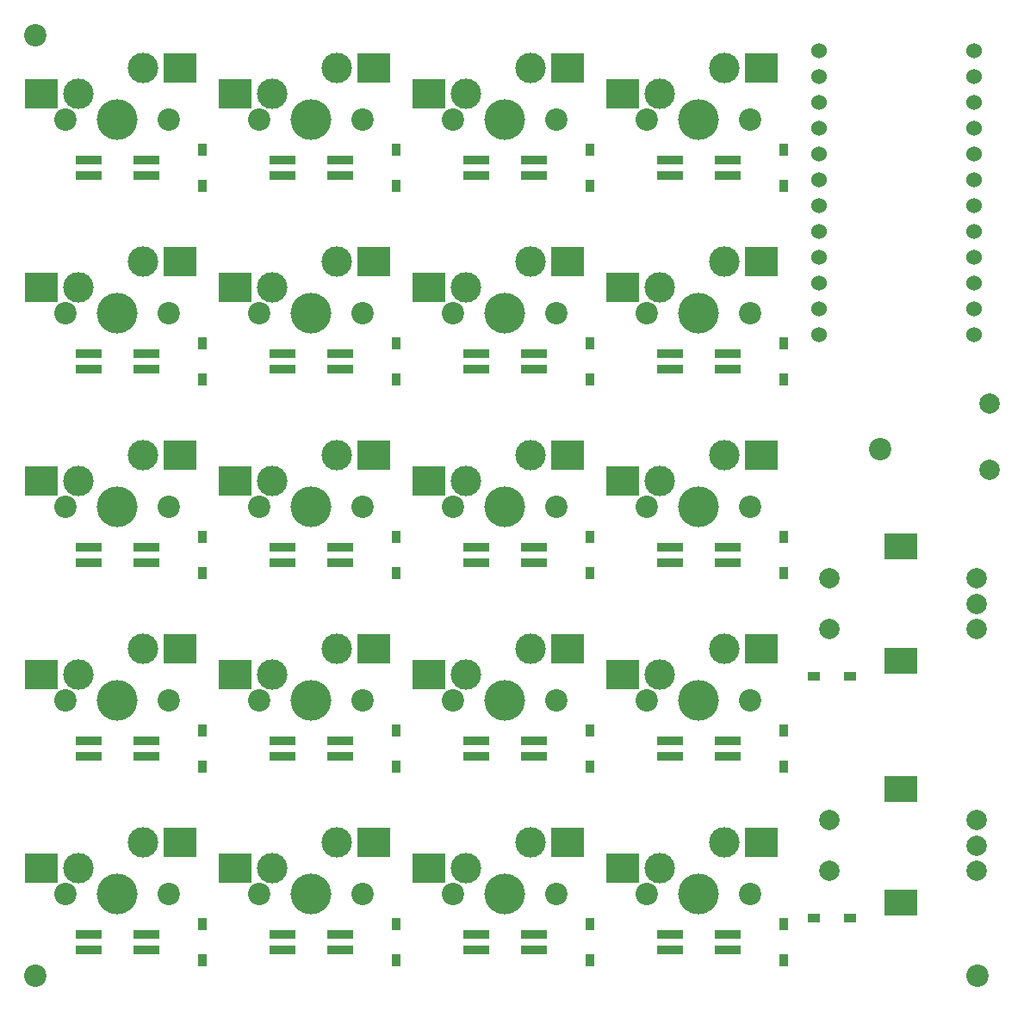
<source format=gbr>
%TF.GenerationSoftware,KiCad,Pcbnew,(5.1.10-1-10_14)*%
%TF.CreationDate,2021-11-10T22:24:01+09:00*%
%TF.ProjectId,macropad,6d616372-6f70-4616-942e-6b696361645f,rev?*%
%TF.SameCoordinates,Original*%
%TF.FileFunction,Soldermask,Bot*%
%TF.FilePolarity,Negative*%
%FSLAX46Y46*%
G04 Gerber Fmt 4.6, Leading zero omitted, Abs format (unit mm)*
G04 Created by KiCad (PCBNEW (5.1.10-1-10_14)) date 2021-11-10 22:24:01*
%MOMM*%
%LPD*%
G01*
G04 APERTURE LIST*
%ADD10C,2.200000*%
%ADD11R,0.950000X1.300000*%
%ADD12R,1.300000X0.950000*%
%ADD13R,2.500000X0.820000*%
%ADD14R,3.300000X3.000000*%
%ADD15C,4.000000*%
%ADD16C,3.000000*%
%ADD17C,2.000000*%
%ADD18R,3.200000X2.500000*%
%ADD19C,1.524000*%
G04 APERTURE END LIST*
D10*
%TO.C,Ref\u002A\u002A*%
X122634272Y-198536552D03*
%TD*%
%TO.C,Ref\u002A\u002A*%
X113109280Y-146744408D03*
%TD*%
%TO.C,Ref\u002A\u002A*%
X30063256Y-105965536D03*
%TD*%
%TO.C,Ref\u002A\u002A*%
X30063256Y-198536552D03*
%TD*%
D11*
%TO.C,D1*%
X46434400Y-117287000D03*
X46434400Y-120837000D03*
%TD*%
%TO.C,D2*%
X65484400Y-120837000D03*
X65484400Y-117287000D03*
%TD*%
%TO.C,D3*%
X84534700Y-117288000D03*
X84534700Y-120838000D03*
%TD*%
%TO.C,D4*%
X103584000Y-120837000D03*
X103584000Y-117287000D03*
%TD*%
%TO.C,D5*%
X46434600Y-136338000D03*
X46434600Y-139888000D03*
%TD*%
%TO.C,D6*%
X65484700Y-139888000D03*
X65484700Y-136338000D03*
%TD*%
%TO.C,D7*%
X84534400Y-136337000D03*
X84534400Y-139887000D03*
%TD*%
%TO.C,D8*%
X103585000Y-139888000D03*
X103585000Y-136338000D03*
%TD*%
%TO.C,D9*%
X46434400Y-155387000D03*
X46434400Y-158937000D03*
%TD*%
%TO.C,D10*%
X65484700Y-158938000D03*
X65484700Y-155388000D03*
%TD*%
%TO.C,D11*%
X84534700Y-155388000D03*
X84534700Y-158938000D03*
%TD*%
%TO.C,D12*%
X103585000Y-155388000D03*
X103585000Y-158938000D03*
%TD*%
%TO.C,D13*%
X46434600Y-174438000D03*
X46434600Y-177988000D03*
%TD*%
%TO.C,D14*%
X65484700Y-177988000D03*
X65484700Y-174438000D03*
%TD*%
%TO.C,D15*%
X84534700Y-174438000D03*
X84534700Y-177988000D03*
%TD*%
%TO.C,D16*%
X103585000Y-177988000D03*
X103585000Y-174438000D03*
%TD*%
%TO.C,D17*%
X46434600Y-193488000D03*
X46434600Y-197038000D03*
%TD*%
%TO.C,D18*%
X65484700Y-197038000D03*
X65484700Y-193488000D03*
%TD*%
%TO.C,D19*%
X84534700Y-193488000D03*
X84534700Y-197038000D03*
%TD*%
%TO.C,D20*%
X103585000Y-193488000D03*
X103585000Y-197038000D03*
%TD*%
D12*
%TO.C,D21*%
X110122000Y-169069000D03*
X106572000Y-169069000D03*
%TD*%
%TO.C,D22*%
X106572000Y-192882000D03*
X110122000Y-192882000D03*
%TD*%
D13*
%TO.C,L1*%
X35250000Y-119812000D03*
X35250000Y-118312000D03*
X40950000Y-118312000D03*
X40950000Y-119812000D03*
%TD*%
%TO.C,L2*%
X60000000Y-119812000D03*
X60000000Y-118312000D03*
X54300000Y-118312000D03*
X54300000Y-119812000D03*
%TD*%
%TO.C,L3*%
X73350000Y-119812000D03*
X73350000Y-118312000D03*
X79050000Y-118312000D03*
X79050000Y-119812000D03*
%TD*%
%TO.C,L4*%
X98100000Y-119812000D03*
X98100000Y-118312000D03*
X92400000Y-118312000D03*
X92400000Y-119812000D03*
%TD*%
%TO.C,L5*%
X40950000Y-138862000D03*
X40950000Y-137362000D03*
X35250000Y-137362000D03*
X35250000Y-138862000D03*
%TD*%
%TO.C,L6*%
X54300000Y-138862000D03*
X54300000Y-137362000D03*
X60000000Y-137362000D03*
X60000000Y-138862000D03*
%TD*%
%TO.C,L7*%
X79050000Y-138862000D03*
X79050000Y-137362000D03*
X73350000Y-137362000D03*
X73350000Y-138862000D03*
%TD*%
%TO.C,L8*%
X92400000Y-138862000D03*
X92400000Y-137362000D03*
X98100000Y-137362000D03*
X98100000Y-138862000D03*
%TD*%
%TO.C,L9*%
X35250000Y-157912000D03*
X35250000Y-156412000D03*
X40950000Y-156412000D03*
X40950000Y-157912000D03*
%TD*%
%TO.C,L10*%
X60000000Y-157912000D03*
X60000000Y-156412000D03*
X54300000Y-156412000D03*
X54300000Y-157912000D03*
%TD*%
%TO.C,L11*%
X73350000Y-157912000D03*
X73350000Y-156412000D03*
X79050000Y-156412000D03*
X79050000Y-157912000D03*
%TD*%
%TO.C,L12*%
X98100000Y-157912000D03*
X98100000Y-156412000D03*
X92400000Y-156412000D03*
X92400000Y-157912000D03*
%TD*%
%TO.C,L13*%
X40950000Y-176962000D03*
X40950000Y-175462000D03*
X35250000Y-175462000D03*
X35250000Y-176962000D03*
%TD*%
%TO.C,L14*%
X54300000Y-176962000D03*
X54300000Y-175462000D03*
X60000000Y-175462000D03*
X60000000Y-176962000D03*
%TD*%
%TO.C,L15*%
X79050000Y-176962000D03*
X79050000Y-175462000D03*
X73350000Y-175462000D03*
X73350000Y-176962000D03*
%TD*%
%TO.C,L16*%
X92400000Y-176962000D03*
X92400000Y-175462000D03*
X98100000Y-175462000D03*
X98100000Y-176962000D03*
%TD*%
D14*
%TO.C,SW1*%
X44250000Y-109180000D03*
D10*
X33020000Y-114300000D03*
X43180000Y-114300000D03*
D15*
X38100000Y-114300000D03*
D16*
X40640000Y-109220000D03*
X34290000Y-111760000D03*
D14*
X30650000Y-111720000D03*
%TD*%
%TO.C,SW2*%
X49700000Y-111720000D03*
D16*
X53340000Y-111760000D03*
X59690000Y-109220000D03*
D15*
X57150000Y-114300000D03*
D10*
X62230000Y-114300000D03*
X52070000Y-114300000D03*
D14*
X63300000Y-109180000D03*
%TD*%
%TO.C,SW3*%
X82350000Y-109180000D03*
D10*
X71120000Y-114300000D03*
X81280000Y-114300000D03*
D15*
X76200000Y-114300000D03*
D16*
X78740000Y-109220000D03*
X72390000Y-111760000D03*
D14*
X68750000Y-111720000D03*
%TD*%
%TO.C,SW4*%
X87800000Y-111720000D03*
D16*
X91440000Y-111760000D03*
X97790000Y-109220000D03*
D15*
X95250000Y-114300000D03*
D10*
X100330000Y-114300000D03*
X90170000Y-114300000D03*
D14*
X101400000Y-109180000D03*
%TD*%
%TO.C,SW5*%
X44250000Y-128230000D03*
D10*
X33020000Y-133350000D03*
X43180000Y-133350000D03*
D15*
X38100000Y-133350000D03*
D16*
X40640000Y-128270000D03*
X34290000Y-130810000D03*
D14*
X30650000Y-130770000D03*
%TD*%
%TO.C,SW6*%
X49700000Y-130770000D03*
D16*
X53340000Y-130810000D03*
X59690000Y-128270000D03*
D15*
X57150000Y-133350000D03*
D10*
X62230000Y-133350000D03*
X52070000Y-133350000D03*
D14*
X63300000Y-128230000D03*
%TD*%
%TO.C,SW7*%
X82350000Y-128230000D03*
D10*
X71120000Y-133350000D03*
X81280000Y-133350000D03*
D15*
X76200000Y-133350000D03*
D16*
X78740000Y-128270000D03*
X72390000Y-130810000D03*
D14*
X68750000Y-130770000D03*
%TD*%
%TO.C,SW8*%
X87800000Y-130770000D03*
D16*
X91440000Y-130810000D03*
X97790000Y-128270000D03*
D15*
X95250000Y-133350000D03*
D10*
X100330000Y-133350000D03*
X90170000Y-133350000D03*
D14*
X101400000Y-128230000D03*
%TD*%
%TO.C,SW9*%
X44250000Y-147280000D03*
D10*
X33020000Y-152400000D03*
X43180000Y-152400000D03*
D15*
X38100000Y-152400000D03*
D16*
X40640000Y-147320000D03*
X34290000Y-149860000D03*
D14*
X30650000Y-149820000D03*
%TD*%
%TO.C,SW10*%
X49700000Y-149820000D03*
D16*
X53340000Y-149860000D03*
X59690000Y-147320000D03*
D15*
X57150000Y-152400000D03*
D10*
X62230000Y-152400000D03*
X52070000Y-152400000D03*
D14*
X63300000Y-147280000D03*
%TD*%
%TO.C,SW11*%
X82350000Y-147280000D03*
D10*
X71120000Y-152400000D03*
X81280000Y-152400000D03*
D15*
X76200000Y-152400000D03*
D16*
X78740000Y-147320000D03*
X72390000Y-149860000D03*
D14*
X68750000Y-149820000D03*
%TD*%
%TO.C,SW12*%
X87800000Y-149820000D03*
D16*
X91440000Y-149860000D03*
X97790000Y-147320000D03*
D15*
X95250000Y-152400000D03*
D10*
X100330000Y-152400000D03*
X90170000Y-152400000D03*
D14*
X101400000Y-147280000D03*
%TD*%
%TO.C,SW13*%
X44250000Y-166330000D03*
D10*
X33020000Y-171450000D03*
X43180000Y-171450000D03*
D15*
X38100000Y-171450000D03*
D16*
X40640000Y-166370000D03*
X34290000Y-168910000D03*
D14*
X30650000Y-168870000D03*
%TD*%
%TO.C,SW14*%
X49700000Y-168870000D03*
D16*
X53340000Y-168910000D03*
X59690000Y-166370000D03*
D15*
X57150000Y-171450000D03*
D10*
X62230000Y-171450000D03*
X52070000Y-171450000D03*
D14*
X63300000Y-166330000D03*
%TD*%
%TO.C,SW15*%
X82350000Y-166330000D03*
D10*
X71120000Y-171450000D03*
X81280000Y-171450000D03*
D15*
X76200000Y-171450000D03*
D16*
X78740000Y-166370000D03*
X72390000Y-168910000D03*
D14*
X68750000Y-168870000D03*
%TD*%
%TO.C,SW16*%
X87800000Y-168870000D03*
D16*
X91440000Y-168910000D03*
X97790000Y-166370000D03*
D15*
X95250000Y-171450000D03*
D10*
X100330000Y-171450000D03*
X90170000Y-171450000D03*
D14*
X101400000Y-166330000D03*
%TD*%
%TO.C,SW17*%
X44250000Y-185380000D03*
D10*
X33020000Y-190500000D03*
X43180000Y-190500000D03*
D15*
X38100000Y-190500000D03*
D16*
X40640000Y-185420000D03*
X34290000Y-187960000D03*
D14*
X30650000Y-187920000D03*
%TD*%
%TO.C,SW18*%
X49700000Y-187920000D03*
D16*
X53340000Y-187960000D03*
X59690000Y-185420000D03*
D15*
X57150000Y-190500000D03*
D10*
X62230000Y-190500000D03*
X52070000Y-190500000D03*
D14*
X63300000Y-185380000D03*
%TD*%
%TO.C,SW19*%
X68750000Y-187920000D03*
D16*
X72390000Y-187960000D03*
X78740000Y-185420000D03*
D15*
X76200000Y-190500000D03*
D10*
X81280000Y-190500000D03*
X71120000Y-190500000D03*
D14*
X82350000Y-185380000D03*
%TD*%
%TO.C,SW20*%
X101400000Y-185380000D03*
D10*
X90170000Y-190500000D03*
X100330000Y-190500000D03*
D15*
X95250000Y-190500000D03*
D16*
X97790000Y-185420000D03*
X91440000Y-187960000D03*
D14*
X87800000Y-187920000D03*
%TD*%
D17*
%TO.C,SW21*%
X122591000Y-164426000D03*
X122591000Y-161926000D03*
X122591000Y-159426000D03*
D18*
X115091000Y-167526000D03*
X115091000Y-156326000D03*
D17*
X108091000Y-164426000D03*
X108091000Y-159426000D03*
%TD*%
%TO.C,SW22*%
X108091000Y-183238000D03*
X108091000Y-188238000D03*
D18*
X115091000Y-180138000D03*
X115091000Y-191338000D03*
D17*
X122591000Y-183238000D03*
X122591000Y-185738000D03*
X122591000Y-188238000D03*
%TD*%
%TO.C,SW23*%
X123824896Y-142250000D03*
X123824896Y-148750000D03*
%TD*%
D19*
%TO.C,U1*%
X122302400Y-107522000D03*
X122302400Y-110062000D03*
X122302400Y-112602000D03*
X122302400Y-115142000D03*
X122302400Y-117682000D03*
X122302400Y-120222000D03*
X122302400Y-122762000D03*
X122302400Y-125302000D03*
X122302400Y-127842000D03*
X122302400Y-130382000D03*
X122302400Y-132922000D03*
X122302400Y-135462000D03*
X107082400Y-135462000D03*
X107082400Y-132922000D03*
X107082400Y-130382000D03*
X107082400Y-127842000D03*
X107082400Y-125302000D03*
X107082400Y-122762000D03*
X107082400Y-120222000D03*
X107082400Y-117682000D03*
X107082400Y-115142000D03*
X107082400Y-112602000D03*
X107082400Y-110062000D03*
X107082400Y-107522000D03*
%TD*%
D13*
%TO.C,L17*%
X40950000Y-196012000D03*
X40950000Y-194512000D03*
X35250000Y-194512000D03*
X35250000Y-196012000D03*
%TD*%
%TO.C,L18*%
X54300000Y-196012000D03*
X54300000Y-194512000D03*
X60000000Y-194512000D03*
X60000000Y-196012000D03*
%TD*%
%TO.C,L19*%
X79050000Y-196012000D03*
X79050000Y-194512000D03*
X73350000Y-194512000D03*
X73350000Y-196012000D03*
%TD*%
%TO.C,L20*%
X92400000Y-196012000D03*
X92400000Y-194512000D03*
X98100000Y-194512000D03*
X98100000Y-196012000D03*
%TD*%
M02*

</source>
